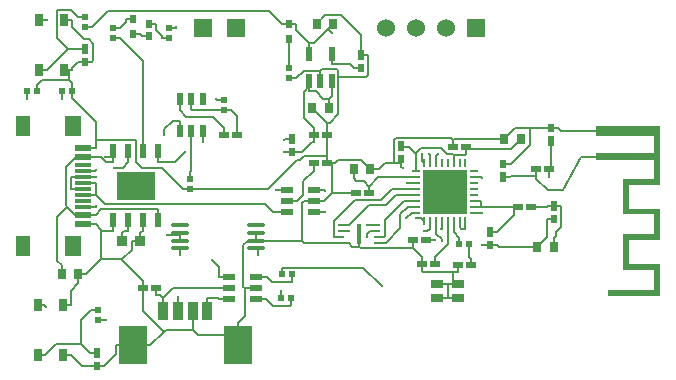
<source format=gtl>
G04 Layer: TopLayer*
G04 EasyEDA v6.5.34, 2023-10-27 16:27:23*
G04 808af14f2a724accbce3cd49f21b2442,3d03538306d245868c61186af2047e2d,10*
G04 Gerber Generator version 0.2*
G04 Scale: 100 percent, Rotated: No, Reflected: No *
G04 Dimensions in millimeters *
G04 leading zeros omitted , absolute positions ,4 integer and 5 decimal *
%FSLAX45Y45*%
%MOMM*%

%AMMACRO1*21,1,$1,$2,0,0,$3*%
%ADD10C,0.2030*%
%ADD11R,0.8000X0.9000*%
%ADD12MACRO1,0.54X0.7901X90.0000*%
%ADD13MACRO1,0.54X0.7901X0.0000*%
%ADD14R,0.5400X0.7901*%
%ADD15MACRO1,0.54X0.7901X-90.0000*%
%ADD16MACRO1,1.6X0.8X90.0000*%
%ADD17MACRO1,3.2X2.3X90.0000*%
%ADD18R,1.0720X0.5320*%
%ADD19R,0.6000X0.7500*%
%ADD20O,1.499997X0.3999992*%
%ADD21MACRO1,0.864X0.8065X-90.0000*%
%ADD22MACRO1,0.54X0.5656X90.0000*%
%ADD23MACRO1,0.54X0.5656X0.0000*%
%ADD24R,0.5400X0.5657*%
%ADD25R,0.7000X1.0000*%
%ADD26R,0.6500X0.2800*%
%ADD27R,0.2800X0.6500*%
%ADD28R,3.8000X3.8000*%
%ADD29R,0.6000X1.2000*%
%ADD30R,3.3000X2.4000*%
%ADD31R,0.5400X0.6365*%
%ADD32MACRO1,0.54X0.6365X0.0000*%
%ADD33R,0.4900X1.1570*%
%ADD34R,0.4900X1.1750*%
%ADD35R,0.6000X1.1000*%
%ADD36R,0.6000X0.2800*%
%ADD37R,0.3000X1.7000*%
%ADD38R,1.4500X0.5500*%
%ADD39R,1.4500X0.3000*%
%ADD40R,1.4500X1.8000*%
%ADD41R,1.2000X1.8000*%
%ADD42R,1.1000X0.8000*%
%ADD43R,0.5000X0.5000*%
%ADD44R,1.5748X1.5748*%
%ADD45R,1.5240X1.5240*%
%ADD46C,1.5240*%
%ADD47C,0.6096*%
%ADD48C,0.3000*%
%ADD49C,0.0121*%

%LPD*%
G36*
X5664098Y5968898D02*
G01*
X5664098Y5878880D01*
X6154115Y5878931D01*
X6154115Y5968898D01*
G37*
G36*
X6154115Y5968898D02*
G01*
X6154115Y5468924D01*
X6204102Y5468924D01*
X6204102Y5968898D01*
G37*
G36*
X6154115Y5738926D02*
G01*
X5664098Y5738876D01*
X5664098Y5678881D01*
X6154115Y5678932D01*
G37*
G36*
X5890107Y5518912D02*
G01*
X5890107Y5468924D01*
X6154115Y5468924D01*
X6154115Y5518912D01*
G37*
G36*
X5890107Y5468924D02*
G01*
X5890107Y5268925D01*
X5940094Y5268925D01*
X5940094Y5468924D01*
G37*
G36*
X5890260Y5269026D02*
G01*
X5890260Y5219039D01*
X6154267Y5219039D01*
X6154267Y5269026D01*
G37*
G36*
X6204204Y5269026D02*
G01*
X6154216Y5268976D01*
X6154216Y4999024D01*
X6204204Y4999024D01*
G37*
G36*
X5890361Y5049113D02*
G01*
X5890361Y4999126D01*
X6154369Y4999126D01*
X6154369Y5049113D01*
G37*
G36*
X5890260Y4999024D02*
G01*
X5890260Y4799025D01*
X5940247Y4799025D01*
X5940247Y4999024D01*
G37*
G36*
X5890209Y4799177D02*
G01*
X5890209Y4749190D01*
X6154216Y4749190D01*
X6154216Y4799177D01*
G37*
G36*
X6154267Y4799025D02*
G01*
X6154267Y4529023D01*
X6204254Y4529023D01*
X6204254Y4799025D01*
G37*
G36*
X5760212Y4579010D02*
G01*
X5760212Y4529023D01*
X6154216Y4529023D01*
X6154216Y4579010D01*
G37*
D10*
X5152390Y5600700D02*
G01*
X5152390Y5515610D01*
X5257800Y5422900D01*
X5384800Y5422900D01*
X5531104Y5708904D01*
X5694197Y5709005D01*
X3737510Y5397502D02*
G01*
X3737510Y5455008D01*
X3725496Y5128287D02*
G01*
X3746527Y5128287D01*
X3747848Y5129608D01*
X3808351Y5129608D02*
G01*
X3747848Y5129608D01*
X3611272Y5525188D02*
G01*
X3633650Y5502810D01*
X3633650Y5499254D01*
X3611272Y5600702D02*
G01*
X3611272Y5525188D01*
X3737510Y5455058D02*
G01*
X3693314Y5499254D01*
X3633650Y5499254D01*
X4133750Y5535195D02*
G01*
X3817647Y5535195D01*
X3737510Y5455058D01*
X3737510Y5455058D02*
G01*
X3737510Y5455008D01*
X2235202Y6192903D02*
G01*
X2235202Y6107407D01*
X2235202Y6107407D02*
G01*
X2239088Y6103520D01*
X2514602Y6103520D01*
X2572108Y6103520D02*
G01*
X2619910Y6055718D01*
X2619910Y5892802D01*
X2514602Y6103520D02*
G01*
X2572108Y6103520D01*
X4629254Y5335196D02*
G01*
X4692246Y5335196D01*
X4629254Y5285209D02*
G01*
X4692246Y5285209D01*
X4692246Y5335196D02*
G01*
X4692246Y5285209D01*
X4930091Y5283202D02*
G01*
X4694252Y5283202D01*
X4692246Y5285209D01*
X5000094Y5283202D02*
G01*
X4965092Y5283202D01*
X4965092Y5283202D02*
G01*
X4930091Y5283202D01*
X4965092Y5283202D02*
G01*
X4965092Y5216095D01*
X4820008Y5071010D01*
X4762502Y5071010D02*
G01*
X4820008Y5071010D01*
X4589884Y4965702D02*
G01*
X4589884Y4856634D01*
X4601110Y4845408D01*
X4601110Y4787902D02*
G01*
X4601110Y4845408D01*
X4296310Y4800602D02*
G01*
X4296310Y4858108D01*
X4296310Y4858108D02*
G01*
X4406496Y4968293D01*
X4406496Y5162450D01*
X5152494Y5543196D02*
G01*
X4944010Y5543196D01*
X4934308Y5533494D01*
X5152494Y5600702D02*
G01*
X5152494Y5543196D01*
X4876802Y5533494D02*
G01*
X4934308Y5533494D01*
X933909Y4028239D02*
G01*
X999416Y4028239D01*
X1435102Y4042310D02*
G01*
X1377596Y4042310D01*
X1390296Y4412084D02*
G01*
X1300126Y4321914D01*
X1300126Y4119780D01*
X999416Y4028239D02*
G01*
X1090957Y4119780D01*
X1300126Y4119780D01*
X1300126Y4119780D02*
G01*
X1377596Y4042310D01*
X1447802Y4412084D02*
G01*
X1390296Y4412084D01*
X3422398Y6490413D02*
G01*
X3582977Y6490413D01*
X3612796Y6460594D01*
X3422398Y6579669D02*
G01*
X3422398Y6490413D01*
X3670302Y6460594D02*
G01*
X3612796Y6460594D01*
X2121918Y4515639D02*
G01*
X2121918Y4399511D01*
X2552092Y4692398D02*
G01*
X2467993Y4692398D01*
X2467993Y4692398D02*
G01*
X2467993Y4776497D01*
X2408227Y4836264D01*
X2467993Y4502406D02*
G01*
X2460398Y4510001D01*
X2371905Y4510001D01*
X2552092Y4502406D02*
G01*
X2467993Y4502406D01*
X2371905Y4399511D02*
G01*
X2371905Y4510001D01*
X3277212Y5239006D02*
G01*
X3361311Y5239006D01*
X4256509Y5162450D02*
G01*
X4256509Y5099458D01*
X4256509Y5099458D02*
G01*
X4232887Y5075836D01*
X4202203Y5075836D01*
X3361311Y5239006D02*
G01*
X3368194Y5239006D01*
X1321564Y5436008D02*
G01*
X1218542Y5436008D01*
X1270053Y5536008D02*
G01*
X1218542Y5536008D01*
X1218542Y5436008D02*
G01*
X1218415Y5436135D01*
X1218415Y5535881D01*
X1218542Y5536008D01*
X1270053Y5536008D02*
G01*
X1321564Y5536008D01*
X3047392Y5428998D02*
G01*
X2963293Y5428998D01*
X2956130Y5421835D02*
G01*
X2963293Y5428998D01*
X1321564Y5536008D02*
G01*
X1431444Y5536008D01*
X1321564Y5485996D02*
G01*
X1424561Y5485996D01*
X1321564Y5385996D02*
G01*
X1414452Y5385996D01*
X1414452Y5385996D02*
G01*
X1424561Y5385996D01*
X1424688Y5386123D01*
X1424688Y5386123D02*
G01*
X1424688Y5485869D01*
X1424561Y5485996D01*
X3047392Y5239006D02*
G01*
X2927250Y5239006D01*
X2860245Y5306011D01*
X1504800Y5306011D01*
X1424688Y5386123D01*
X3078584Y4450996D02*
G01*
X3072894Y4445307D01*
X2923110Y4445307D01*
X2866011Y4502406D01*
X3078584Y4508502D02*
G01*
X3078584Y4450996D01*
X2781912Y4502406D02*
G01*
X2866011Y4502406D01*
X3091284Y4654196D02*
G01*
X3086432Y4649345D01*
X2916303Y4649345D01*
X2873250Y4692398D01*
X2781912Y4692398D01*
X3091284Y4711702D02*
G01*
X3091284Y4654196D01*
X1632308Y6799684D02*
G01*
X1679399Y6846775D01*
X1679399Y6869508D01*
X1574802Y6799684D02*
G01*
X1632308Y6799684D01*
X1739902Y6869508D02*
G01*
X1679399Y6869508D01*
X3060702Y6456784D02*
G01*
X3060702Y6706796D01*
X1701802Y5079672D02*
G01*
X1666725Y5079672D01*
X1651866Y5064813D01*
X1651866Y4991102D02*
G01*
X1651866Y5064813D01*
X1701802Y5170172D02*
G01*
X1701802Y5079672D01*
X4503320Y4965702D02*
G01*
X4503320Y5023208D01*
X4503320Y5023208D02*
G01*
X4456508Y5070020D01*
X4456508Y5162450D01*
X845720Y6195291D02*
G01*
X845720Y6261102D01*
X1423062Y5587011D02*
G01*
X1423062Y5594149D01*
X1428015Y5599102D01*
X1320040Y5587011D02*
G01*
X1423062Y5587011D01*
X3004720Y4769208D02*
G01*
X3004847Y4769335D01*
X3690774Y4769335D01*
X3847543Y4612566D01*
X3004720Y4711702D02*
G01*
X3004720Y4769208D01*
X4354680Y4993921D02*
G01*
X4354680Y5008755D01*
X4306496Y5056939D01*
X4306496Y5162450D01*
X1828802Y5751832D02*
G01*
X1828802Y6516626D01*
X1632308Y6713120D01*
X1574802Y6713120D02*
G01*
X1632308Y6713120D01*
X1879602Y6832627D02*
G01*
X1937108Y6832627D01*
X2044702Y6713120D02*
G01*
X1987196Y6713120D01*
X1937108Y6832627D02*
G01*
X1937108Y6783351D01*
X1987196Y6733263D01*
X1987196Y6713120D01*
X2044702Y6799684D02*
G01*
X2102208Y6799684D01*
X2108024Y6801665D02*
G01*
X2104189Y6801665D01*
X2102208Y6799684D01*
X1701802Y5661332D02*
G01*
X1653796Y5613326D01*
X1582295Y5613326D01*
X1701802Y5751832D02*
G01*
X1701802Y5661332D01*
X2235202Y5922901D02*
G01*
X2235202Y5588485D01*
X2222502Y5575785D01*
X2222502Y5516984D02*
G01*
X2222502Y5575785D01*
X4064993Y5485208D02*
G01*
X4133750Y5485208D01*
X3808351Y5079596D02*
G01*
X3747721Y5079596D01*
X3725496Y5057371D01*
X3725496Y5031031D01*
X4133750Y5335196D02*
G01*
X4070758Y5335196D01*
X3808351Y5029608D02*
G01*
X3868854Y5029608D01*
X4070758Y5335196D02*
G01*
X4034894Y5335196D01*
X3873400Y5173703D01*
X3873400Y5034155D01*
X3868854Y5029608D01*
X4133750Y5285209D02*
G01*
X4070758Y5285209D01*
X4070758Y5285209D02*
G01*
X4006014Y5220464D01*
X4006014Y5104030D01*
X3881579Y4979596D01*
X3808351Y4979596D01*
X946609Y6441239D02*
G01*
X1012116Y6441239D01*
X1275996Y6888584D02*
G01*
X1215570Y6949010D01*
X1101879Y6949010D01*
X1095961Y6943092D01*
X1095961Y6715737D01*
X1191287Y6620410D01*
X1012116Y6441239D02*
G01*
X1191287Y6620410D01*
X1191287Y6620410D02*
G01*
X1333502Y6620410D01*
X1333502Y6888584D02*
G01*
X1275996Y6888584D01*
X3506878Y5079596D02*
G01*
X3573477Y5079596D01*
X4055798Y5185564D02*
G01*
X4105429Y5235196D01*
X4133750Y5235196D01*
X3506878Y5129608D02*
G01*
X3567381Y5129608D01*
X3567381Y5129608D02*
G01*
X3736139Y5298366D01*
X3885821Y5298366D01*
X3972664Y5385208D01*
X4133750Y5385208D01*
X3506878Y5029608D02*
G01*
X3446350Y5029608D01*
X3446350Y5029608D02*
G01*
X3446223Y5029735D01*
X3446223Y5162019D01*
X3623337Y5339133D01*
X3838196Y5339133D01*
X3934259Y5435196D01*
X4133750Y5435196D01*
X4190621Y5728286D02*
G01*
X4190621Y5673829D01*
X4206496Y5657954D01*
X4256509Y5657954D02*
G01*
X4256509Y5720946D01*
X4246730Y5727473D02*
G01*
X4253257Y5720946D01*
X4256509Y5720946D01*
X946609Y6868365D02*
G01*
X1012243Y6868365D01*
X1017602Y6863006D01*
X4306496Y5657954D02*
G01*
X4306496Y5720946D01*
X4320034Y5727804D02*
G01*
X4313176Y5720946D01*
X4306496Y5720946D01*
X4629254Y5535195D02*
G01*
X4692246Y5535195D01*
X4700196Y5527245D02*
G01*
X4692246Y5535195D01*
X999416Y4455365D02*
G01*
X999416Y4441751D01*
X1006655Y4434512D01*
X933909Y4455365D02*
G01*
X999416Y4455365D01*
X1137820Y6195976D02*
G01*
X1137820Y6261102D01*
X1321564Y5285996D02*
G01*
X1424561Y5285996D01*
X1424561Y5285996D02*
G01*
X1431673Y5293108D01*
X2992020Y4574390D02*
G01*
X2992020Y4508502D01*
X4356508Y5162450D02*
G01*
X4356508Y5099458D01*
X4356508Y5099458D02*
G01*
X4356508Y5095471D01*
X4353689Y5092651D01*
X2783842Y4931666D02*
G01*
X2801876Y4913632D01*
X2801876Y4872560D01*
X2330198Y5831486D02*
G01*
X2330198Y5922901D01*
X2139165Y4875405D02*
G01*
X2143762Y4880002D01*
X2143762Y4931666D01*
X2140206Y5922901D02*
G01*
X2140206Y6008397D01*
X2140206Y6008397D02*
G01*
X2076477Y6008397D01*
X2007974Y5939894D01*
X2007974Y5891253D01*
X2514602Y6190084D02*
G01*
X2457096Y6190084D01*
X2447317Y6194452D02*
G01*
X2452728Y6194452D01*
X2457096Y6190084D01*
X1955802Y5661332D02*
G01*
X2098017Y5661332D01*
X2185570Y5748886D01*
X1955802Y5751832D02*
G01*
X1955802Y5661332D01*
X4135605Y5184701D02*
G01*
X4184246Y5184701D01*
X4206496Y5162450D01*
X3277212Y5428998D02*
G01*
X3361311Y5428998D01*
X3361311Y5428998D02*
G01*
X3361311Y5426128D01*
X3368017Y5419422D01*
X5261510Y5600702D02*
G01*
X5261510Y5586326D01*
X5261510Y5586326D02*
G01*
X5283202Y5608017D01*
X5283202Y5838294D01*
X5261510Y5537634D02*
G01*
X5261510Y5586326D01*
X4629254Y5235196D02*
G01*
X4694455Y5235196D01*
X4697224Y5232427D01*
X2510894Y5892802D02*
G01*
X2510894Y5950308D01*
X2143762Y4996690D02*
G01*
X2143762Y5061714D01*
X2140206Y6099050D02*
G01*
X2140206Y6192903D01*
X2140206Y6099050D02*
G01*
X2194638Y6044618D01*
X2416583Y6044618D01*
X2510894Y5950308D01*
X2031723Y5047465D02*
G01*
X2129513Y5047465D01*
X2143762Y5061714D01*
X4556508Y5162450D02*
G01*
X4556508Y5099458D01*
X4506495Y5162450D02*
G01*
X4506495Y5109593D01*
X4456508Y5657954D02*
G01*
X4456508Y5720946D01*
X3030451Y6831408D02*
G01*
X3000199Y6831408D01*
X3030451Y6831408D02*
G01*
X3060702Y6831408D01*
X3060702Y6831408D02*
G01*
X3121205Y6831408D01*
X4563010Y5772584D02*
G01*
X4563010Y5733696D01*
X4563010Y5772584D02*
G01*
X4563010Y5774311D01*
X4563010Y5791202D02*
G01*
X4563010Y5774311D01*
X4563010Y5774311D02*
G01*
X4942613Y5774311D01*
X5023004Y5854702D01*
X4456508Y5720946D02*
G01*
X4456635Y5721073D01*
X4550387Y5721073D01*
X4563010Y5733696D01*
X5289984Y5286910D02*
G01*
X5251096Y5286910D01*
X5289984Y5286910D02*
G01*
X5308602Y5286910D01*
X5308602Y5286910D02*
G01*
X5366108Y5286910D01*
X5302404Y4940302D02*
G01*
X5302404Y5015816D01*
X5109110Y5283202D02*
G01*
X5247388Y5283202D01*
X5251096Y5286910D01*
X3232406Y6579669D02*
G01*
X3232406Y6668924D01*
X3121205Y6831408D02*
G01*
X3121205Y6780126D01*
X3232406Y6668924D01*
X4220110Y5003802D02*
G01*
X4290113Y5003802D01*
X1447802Y4325520D02*
G01*
X1505308Y4325520D01*
X1505308Y4325520D02*
G01*
X1510413Y4325520D01*
X1397688Y6802020D02*
G01*
X1333502Y6802020D01*
X1397688Y6802020D02*
G01*
X1533324Y6937656D01*
X2893951Y6937656D01*
X3000199Y6831408D01*
X5302404Y5015816D02*
G01*
X5322420Y5035831D01*
X5322420Y5066388D01*
X5366108Y5286910D02*
G01*
X5366311Y5286707D01*
X5366311Y5110279D01*
X5322420Y5066388D01*
X4290113Y5003802D02*
G01*
X4295091Y4998824D01*
X3232406Y6668924D02*
G01*
X3271827Y6668924D01*
X3390648Y6787746D01*
X3390648Y6787746D02*
G01*
X3435504Y6832602D01*
X4013202Y5794910D02*
G01*
X4020009Y5794910D01*
X4020009Y5794910D02*
G01*
X4026486Y5788433D01*
X4077185Y5788433D01*
X3390648Y6787746D02*
G01*
X3426335Y6752059D01*
X4133750Y5740300D02*
G01*
X4133750Y5585208D01*
X4456508Y5720946D02*
G01*
X4443884Y5733569D01*
X4401695Y5733569D01*
X4350387Y5784877D01*
X4178327Y5784877D01*
X4133750Y5740300D01*
X4133750Y5740300D02*
G01*
X4125318Y5740300D01*
X4077185Y5788433D01*
X4506495Y5109593D02*
G01*
X4516630Y5099458D01*
X4534131Y5099458D01*
X4534131Y5099458D02*
G01*
X4556508Y5099458D01*
X4534131Y5099458D02*
G01*
X4534131Y5092677D01*
X3422398Y6348935D02*
G01*
X3422398Y6221910D01*
X3397404Y6196916D01*
X3397404Y6121402D02*
G01*
X3397404Y6196916D01*
X3232406Y6260569D02*
G01*
X3288692Y6260569D01*
X3352345Y6196916D01*
X3397404Y6196916D01*
X1996899Y4399511D02*
G01*
X1996899Y4510001D01*
X1934110Y4597402D02*
G01*
X1934110Y4539896D01*
X3272894Y5892802D02*
G01*
X3272894Y5835296D01*
X3232406Y6348935D02*
G01*
X3232406Y6304765D01*
X3232406Y6304765D02*
G01*
X3232406Y6260569D01*
X3232406Y6304765D02*
G01*
X3186762Y6259121D01*
X3186762Y6036439D01*
X3272894Y5950308D01*
X3272894Y5892802D02*
G01*
X3272894Y5950308D01*
X2552092Y4597402D02*
G01*
X2467993Y4597402D01*
X3086102Y5749394D02*
G01*
X3023618Y5749394D01*
X1934110Y4539896D02*
G01*
X1967003Y4539896D01*
X1996899Y4510001D01*
X2467993Y4597402D02*
G01*
X2461668Y4597402D01*
X3272894Y5835296D02*
G01*
X3258111Y5835296D01*
X3172208Y5749394D01*
X3086102Y5749394D01*
X2461668Y4597402D02*
G01*
X2084301Y4597402D01*
X1996899Y4510001D01*
X5909109Y5923917D02*
G01*
X5754778Y5923917D01*
X5754702Y5923993D01*
X4321507Y5470197D02*
G01*
X4381502Y5410202D01*
X1227101Y6868365D02*
G01*
X1227101Y6802859D01*
X1327533Y6702427D01*
X1366420Y6702427D01*
X1404876Y6663971D01*
X1404876Y6525262D01*
X1391008Y6511394D01*
X1161595Y6868365D02*
G01*
X1227101Y6868365D01*
X1333502Y6511394D02*
G01*
X1391008Y6511394D01*
X1227101Y6441239D02*
G01*
X1227101Y6462499D01*
X1275996Y6511394D01*
X1333502Y6511394D02*
G01*
X1275996Y6511394D01*
X1161595Y6441239D02*
G01*
X1201727Y6441239D01*
X1201727Y6441239D02*
G01*
X1227101Y6441239D01*
X5726965Y5923993D02*
G01*
X5754702Y5923993D01*
X5726965Y5923993D02*
G01*
X5699203Y5923993D01*
X5699203Y5923993D02*
G01*
X5364025Y5923993D01*
X5340708Y5947310D01*
X5283202Y5947310D02*
G01*
X5340708Y5947310D01*
X4316910Y4514496D02*
G01*
X4411398Y4514496D01*
X4411398Y4514522D01*
X4496894Y4514522D02*
G01*
X4411398Y4514522D01*
X4411398Y4629482D02*
G01*
X4411398Y4514522D01*
X4316910Y4629482D02*
G01*
X4411398Y4629482D01*
X4411398Y4629482D02*
G01*
X4411398Y4629508D01*
X4496894Y4629508D02*
G01*
X4454146Y4629508D01*
X4454146Y4629508D02*
G01*
X4411398Y4629508D01*
X1574802Y5170172D02*
G01*
X1574802Y5079672D01*
X1321539Y5138981D02*
G01*
X1424561Y5138981D01*
X1321539Y5783506D02*
G01*
X1424561Y5783506D01*
X1224384Y6261102D02*
G01*
X1224384Y6203596D01*
X3506878Y4979596D02*
G01*
X3567381Y4979596D01*
X3657602Y5054602D02*
G01*
X3657602Y4947211D01*
X4111094Y5003802D02*
G01*
X4111094Y4946296D01*
X3657602Y4947211D02*
G01*
X3599766Y4947211D01*
X3567381Y4979596D01*
X3327402Y6348935D02*
G01*
X3327402Y6437302D01*
X1828802Y5079672D02*
G01*
X1817397Y5079672D01*
X1802538Y5064813D01*
X1828802Y5170172D02*
G01*
X1828802Y5079672D01*
X1276504Y4711702D02*
G01*
X1347015Y4711702D01*
X1473659Y5079672D02*
G01*
X1574802Y5079672D01*
X1424561Y5138981D02*
G01*
X1473659Y5089883D01*
X1473659Y5079672D01*
X1214401Y4455365D02*
G01*
X1214401Y4574085D01*
X1276504Y4636188D01*
X1148895Y4455365D02*
G01*
X1214401Y4455365D01*
X1276504Y4711702D02*
G01*
X1276504Y4636188D01*
X1214401Y4028239D02*
G01*
X1309347Y3933294D01*
X1435102Y3933294D01*
X1148895Y4028239D02*
G01*
X1214401Y4028239D01*
X3327402Y6437302D02*
G01*
X3327275Y6437429D01*
X3185416Y6437429D01*
X3118208Y6370220D01*
X932284Y6261102D02*
G01*
X932284Y6318608D01*
X1201727Y6441239D02*
G01*
X1201727Y6358486D01*
X1224384Y6261102D02*
G01*
X1224384Y6335829D01*
X1201727Y6358486D01*
X1201727Y6358486D02*
G01*
X972162Y6358486D01*
X932284Y6318608D01*
X1802538Y5017848D02*
G01*
X1802538Y5064813D01*
X1802538Y5017848D02*
G01*
X1802538Y4991102D01*
X1473659Y5079672D02*
G01*
X1473659Y4838346D01*
X1473659Y4838346D02*
G01*
X1347015Y4711702D01*
X1802538Y4991102D02*
G01*
X1731698Y4991102D01*
X2781912Y4597402D02*
G01*
X2697812Y4597402D01*
X2687271Y4597402D02*
G01*
X2697812Y4597402D01*
X2783842Y4996690D02*
G01*
X2717269Y4996690D01*
X2676730Y4956152D01*
X2676730Y4607943D01*
X2687271Y4597402D01*
X2687271Y4597402D02*
G01*
X2687271Y4360395D01*
X2626895Y4300019D01*
X1596417Y4109519D02*
G01*
X1596417Y4037103D01*
X1492608Y3933294D01*
X1741909Y4109519D02*
G01*
X1596417Y4109519D01*
X1435102Y3933294D02*
G01*
X1492608Y3933294D01*
X2626895Y4109519D02*
G01*
X2626895Y4198266D01*
X2626895Y4198266D02*
G01*
X2626895Y4300019D01*
X2246911Y4399511D02*
G01*
X2246911Y4288995D01*
X1741909Y4109519D02*
G01*
X1887425Y4109519D01*
X2246911Y4242640D02*
G01*
X2246911Y4288995D01*
X2626895Y4198266D02*
G01*
X2291285Y4198266D01*
X2246911Y4242640D01*
X1825094Y4654908D02*
G01*
X1649783Y4830218D01*
X1649783Y4838346D01*
X1731698Y4991102D02*
G01*
X1731698Y4920261D01*
X1649783Y4838346D01*
X1649783Y4838346D02*
G01*
X1473659Y4838346D01*
X3506878Y4979596D02*
G01*
X3446350Y4979596D01*
X2783842Y4996690D02*
G01*
X2783842Y5061714D01*
X4453994Y5848708D02*
G01*
X4459988Y5854702D01*
X4883000Y5854702D01*
X4013202Y5685894D02*
G01*
X4013202Y5650892D01*
X5283202Y5947310D02*
G01*
X5235831Y5947310D01*
X5235831Y5947310D02*
G01*
X5100652Y5947310D01*
X5100652Y5947310D02*
G01*
X4975608Y5947310D01*
X4883000Y5854702D01*
X4187294Y4829355D02*
G01*
X4187294Y4858108D01*
X4187294Y4829355D02*
G01*
X4187294Y4800602D01*
X4187294Y4800602D02*
G01*
X4187294Y4743096D01*
X4454146Y4629508D02*
G01*
X4454146Y4730269D01*
X4187294Y4743096D02*
G01*
X4200121Y4730269D01*
X4454146Y4730269D01*
X4454146Y4730269D02*
G01*
X4454273Y4730396D01*
X4492094Y4730396D01*
X4492094Y4787902D02*
G01*
X4492094Y4730396D01*
X3277212Y5334002D02*
G01*
X3193112Y5334002D01*
X2783842Y4996690D02*
G01*
X3172259Y4996690D01*
X3446350Y4979596D02*
G01*
X3189353Y4979596D01*
X3172259Y4996690D01*
X3172259Y4996690D02*
G01*
X3172259Y5313149D01*
X3193112Y5334002D01*
X5251096Y5177894D02*
G01*
X5251096Y5028999D01*
X5162400Y4940302D01*
X5308602Y5177894D02*
G01*
X5251096Y5177894D01*
X5162400Y4940302D02*
G01*
X5091889Y4940302D01*
X3786532Y5600702D02*
G01*
X3821788Y5600702D01*
X3786532Y5600702D02*
G01*
X3751277Y5600702D01*
X3751277Y5600702D02*
G01*
X3675636Y5676343D01*
X3476754Y5676343D01*
X3451913Y5651502D01*
X4453994Y5817948D02*
G01*
X4453994Y5817923D01*
X4453994Y5791202D02*
G01*
X4453994Y5817923D01*
X4820008Y4961994D02*
G01*
X4841699Y4940302D01*
X5091889Y4940302D01*
X4762502Y4961994D02*
G01*
X4820008Y4961994D01*
X3670302Y6569610D02*
G01*
X3670302Y6738165D01*
X3500224Y6908243D01*
X3371141Y6908243D01*
X3295500Y6832602D01*
X3381910Y5651502D02*
G01*
X3416912Y5651502D01*
X3416912Y5651502D02*
G01*
X3451913Y5651502D01*
X3277212Y5334002D02*
G01*
X3361311Y5334002D01*
X1825094Y4626155D02*
G01*
X1825094Y4654908D01*
X1825094Y4626155D02*
G01*
X1825094Y4597402D01*
X1825094Y4597402D02*
G01*
X1825094Y4400781D01*
X2001903Y4223997D01*
X2246911Y4242640D02*
G01*
X2020547Y4242640D01*
X2001903Y4223997D01*
X2001903Y4223997D02*
G01*
X1887425Y4109519D01*
X5100652Y5947310D02*
G01*
X5100652Y5804029D01*
X4939134Y5642510D01*
X4876802Y5642510D01*
X3381910Y5892802D02*
G01*
X3381910Y5996891D01*
X3381910Y5996891D02*
G01*
X3257400Y6121402D01*
X3670302Y6569610D02*
G01*
X3727808Y6569610D01*
X3479370Y6382209D02*
G01*
X3711983Y6382209D01*
X3732354Y6402580D01*
X3732354Y6565064D01*
X3727808Y6569610D01*
X3381910Y5996891D02*
G01*
X3407920Y5996891D01*
X3479370Y6068341D01*
X3479370Y6382209D01*
X3479370Y6382209D02*
G01*
X3479370Y6435219D01*
X3465070Y6449519D01*
X3339619Y6449519D01*
X3327402Y6437302D01*
X4105099Y4940302D02*
G01*
X4187294Y4858108D01*
X3657602Y4947211D02*
G01*
X3669845Y4934968D01*
X4099765Y4934968D01*
X4105099Y4940302D01*
X4105099Y4940302D02*
G01*
X4111094Y4946296D01*
X4453994Y5817948D02*
G01*
X4453994Y5846701D01*
X4453994Y5846701D02*
G01*
X4453994Y5848708D01*
X4026435Y5608068D02*
G01*
X4013202Y5621301D01*
X4013202Y5650892D01*
X3381910Y5651502D02*
G01*
X3381910Y5712945D01*
X3381910Y5712945D02*
G01*
X3381910Y5892802D01*
X3381910Y5712945D02*
G01*
X3193417Y5712945D01*
X3159737Y5679264D01*
X3131670Y5679264D01*
X2882826Y5430420D01*
X2222502Y5430420D01*
X2222502Y5430420D02*
G01*
X2164996Y5430420D01*
X1424561Y5783506D02*
G01*
X1424561Y5847285D01*
X1424561Y5847285D02*
G01*
X1424561Y6003419D01*
X1224384Y6203596D01*
X2164996Y5430420D02*
G01*
X1983793Y5611624D01*
X1820776Y5611624D01*
X1768172Y5664227D01*
X1768172Y5839640D01*
X1760527Y5847285D01*
X1424561Y5847285D01*
X3424811Y5397502D02*
G01*
X3424811Y5643603D01*
X3416912Y5651502D01*
X3361311Y5334002D02*
G01*
X3424811Y5397502D01*
X3424811Y5397502D02*
G01*
X3628494Y5397502D01*
X4453994Y5848708D02*
G01*
X4437661Y5865040D01*
X3968295Y5865040D01*
X3949016Y5845761D01*
X3949016Y5650892D01*
X4013202Y5650892D02*
G01*
X3949016Y5650892D01*
X3949016Y5650892D02*
G01*
X3871978Y5650892D01*
X3821788Y5600702D01*
X3060702Y6370220D02*
G01*
X3118208Y6370220D01*
X4762502Y4961994D02*
G01*
X4704996Y4961994D01*
X4704996Y4961994D02*
G01*
X4699154Y4961994D01*
X1321539Y5215994D02*
G01*
X1424561Y5215994D01*
X1955802Y5170172D02*
G01*
X1955802Y5260672D01*
X1574802Y5661332D02*
G01*
X1514299Y5661332D01*
X1469646Y5705985D01*
X1321539Y5705985D01*
X1136500Y4711702D02*
G01*
X1136500Y4787216D01*
X1185928Y5282491D02*
G01*
X1101879Y5198442D01*
X1101879Y4821836D01*
X1136500Y4787216D01*
X1321539Y5705985D02*
G01*
X1260426Y5705985D01*
X1172136Y5617695D01*
X1172136Y5296283D01*
X1185928Y5282491D01*
X1185928Y5282491D02*
G01*
X1252425Y5215994D01*
X1321539Y5215994D01*
X1424561Y5215994D02*
G01*
X1469367Y5260799D01*
X1955675Y5260799D01*
X1955802Y5260672D01*
X1739902Y6744896D02*
G01*
X1800405Y6744896D01*
X3047392Y5334002D02*
G01*
X3131492Y5334002D01*
X1574802Y5751832D02*
G01*
X1574802Y5706595D01*
X1574802Y5706595D02*
G01*
X1574802Y5661332D01*
X1879602Y6730977D02*
G01*
X1822096Y6730977D01*
X1822096Y6730977D02*
G01*
X1816889Y6730977D01*
X1816889Y6730977D02*
G01*
X1814324Y6730977D01*
X1800405Y6744896D01*
X1574802Y5706595D02*
G01*
X1508787Y5706595D01*
X3086102Y5858410D02*
G01*
X3028596Y5858410D01*
X3020951Y5850765D02*
G01*
X3028596Y5858410D01*
X3272894Y5586580D02*
G01*
X3272894Y5651502D01*
X3131492Y5334002D02*
G01*
X3184756Y5387266D01*
X3184756Y5498442D01*
X3272894Y5586580D01*
D11*
G01*
X1136497Y4711700D03*
G01*
X1276502Y4711700D03*
G01*
X3397402Y6121400D03*
G01*
X3257397Y6121400D03*
G01*
X3435502Y6832600D03*
G01*
X3295497Y6832600D03*
G01*
X5302402Y4940305D03*
G01*
X5162397Y4940305D03*
G01*
X5023002Y5854700D03*
G01*
X4882997Y5854700D03*
G01*
X3751275Y5600700D03*
G01*
X3611270Y5600700D03*
D12*
G01*
X2619905Y5892800D03*
G01*
X2510894Y5892800D03*
D13*
G01*
X4762500Y5071005D03*
D14*
G01*
X4762500Y4961991D03*
D13*
G01*
X5308600Y5286905D03*
D14*
G01*
X5308600Y5177896D03*
D12*
G01*
X4601105Y4787900D03*
G01*
X4492094Y4787900D03*
G01*
X4296305Y4800600D03*
G01*
X4187294Y4800600D03*
D13*
G01*
X5283200Y5838294D03*
D14*
G01*
X5283200Y5947308D03*
D13*
G01*
X4876800Y5533494D03*
D14*
G01*
X4876800Y5642508D03*
D13*
G01*
X4013200Y5794905D03*
D14*
G01*
X4013200Y5685891D03*
D15*
G01*
X4111094Y5003800D03*
G01*
X4220105Y5003800D03*
D12*
G01*
X4563005Y5791200D03*
G01*
X4453994Y5791200D03*
D13*
G01*
X1435100Y4042305D03*
D14*
G01*
X1435100Y3933291D03*
D12*
G01*
X3737505Y5397500D03*
G01*
X3628494Y5397500D03*
G01*
X3381905Y5651500D03*
G01*
X3272894Y5651500D03*
G01*
X3381905Y5892800D03*
G01*
X3272894Y5892800D03*
D13*
G01*
X3670300Y6569605D03*
D14*
G01*
X3670300Y6460591D03*
D12*
G01*
X1934105Y4597400D03*
G01*
X1825094Y4597400D03*
D16*
G01*
X1996904Y4399500D03*
G01*
X2121903Y4399500D03*
G01*
X2246904Y4399500D03*
G01*
X2371905Y4399500D03*
D17*
G01*
X2626895Y4109509D03*
G01*
X1741909Y4109509D03*
D18*
G01*
X3277209Y5239004D03*
G01*
X3277209Y5334000D03*
G01*
X3277209Y5428995D03*
G01*
X3047390Y5428995D03*
G01*
X3047390Y5334000D03*
G01*
X3047390Y5239004D03*
G01*
X2781909Y4502404D03*
G01*
X2781909Y4597400D03*
G01*
X2781909Y4692395D03*
G01*
X2552090Y4692395D03*
G01*
X2552090Y4597400D03*
G01*
X2552090Y4502404D03*
D13*
G01*
X3086100Y5858405D03*
D14*
G01*
X3086100Y5749391D03*
D12*
G01*
X5109105Y5283200D03*
G01*
X5000094Y5283200D03*
D15*
G01*
X5152494Y5600700D03*
G01*
X5261505Y5600700D03*
D19*
G01*
X1739900Y6744893D03*
G01*
X1739900Y6869506D03*
G01*
X3060700Y6831406D03*
G01*
X3060700Y6706793D03*
D20*
G01*
X2143759Y5126736D03*
G01*
X2143759Y5061712D03*
G01*
X2143759Y4996687D03*
G01*
X2143759Y4931663D03*
G01*
X2783840Y5126736D03*
G01*
X2783840Y5061712D03*
G01*
X2783840Y4996687D03*
G01*
X2783840Y4931663D03*
D21*
G01*
X1651875Y4991100D03*
G01*
X1802524Y4991100D03*
D22*
G01*
X3078582Y4508500D03*
G01*
X2992017Y4508500D03*
D23*
G01*
X2514600Y6190082D03*
D24*
G01*
X2514600Y6103518D03*
D22*
G01*
X4589882Y4965700D03*
G01*
X4503317Y4965700D03*
D23*
G01*
X1447800Y4412082D03*
D24*
G01*
X1447800Y4325518D03*
D22*
G01*
X932282Y6261100D03*
G01*
X845717Y6261100D03*
G01*
X1224382Y6261100D03*
G01*
X1137817Y6261100D03*
G01*
X3091282Y4711700D03*
G01*
X3004717Y4711700D03*
D23*
G01*
X1574800Y6799682D03*
D24*
G01*
X1574800Y6713118D03*
D23*
G01*
X2044700Y6713117D03*
D24*
G01*
X2044700Y6799681D03*
D23*
G01*
X2222500Y5430417D03*
D24*
G01*
X2222500Y5516981D03*
D23*
G01*
X3060700Y6456782D03*
D24*
G01*
X3060700Y6370218D03*
D25*
G01*
X1148892Y4028236D03*
G01*
X1148892Y4455363D03*
G01*
X933907Y4455363D03*
G01*
X933907Y4028236D03*
D26*
G01*
X4629251Y5235194D03*
G01*
X4629251Y5285206D03*
G01*
X4629251Y5335193D03*
G01*
X4629251Y5385206D03*
G01*
X4629251Y5435193D03*
G01*
X4629251Y5485206D03*
G01*
X4629251Y5535193D03*
G01*
X4629251Y5585205D03*
D27*
G01*
X4556506Y5657951D03*
G01*
X4506493Y5657951D03*
G01*
X4456506Y5657951D03*
G01*
X4406493Y5657951D03*
G01*
X4356506Y5657951D03*
G01*
X4306493Y5657951D03*
G01*
X4256506Y5657951D03*
G01*
X4206493Y5657951D03*
D26*
G01*
X4133748Y5585205D03*
G01*
X4133748Y5535193D03*
G01*
X4133748Y5485206D03*
G01*
X4133748Y5435193D03*
G01*
X4133748Y5385206D03*
G01*
X4133748Y5335193D03*
G01*
X4133748Y5285206D03*
G01*
X4133748Y5235194D03*
D27*
G01*
X4206493Y5162448D03*
G01*
X4256506Y5162448D03*
G01*
X4306493Y5162448D03*
G01*
X4356506Y5162448D03*
G01*
X4406493Y5162448D03*
G01*
X4456506Y5162448D03*
G01*
X4506493Y5162448D03*
G01*
X4556506Y5162448D03*
D28*
G01*
X4381500Y5410200D03*
D29*
G01*
X1574800Y5170170D03*
G01*
X1701800Y5170170D03*
G01*
X1828800Y5170170D03*
G01*
X1955800Y5170170D03*
G01*
X1955800Y5751829D03*
G01*
X1828800Y5751829D03*
G01*
X1701800Y5751829D03*
G01*
X1574800Y5751829D03*
D30*
G01*
X1765300Y5461000D03*
D31*
G01*
X1879600Y6832625D03*
D32*
G01*
X1879600Y6730975D03*
D33*
G01*
X3232404Y6348933D03*
G01*
X3327400Y6348933D03*
G01*
X3422395Y6348933D03*
D34*
G01*
X3422395Y6579666D03*
G01*
X3232404Y6579666D03*
D35*
G01*
X2330195Y5922898D03*
G01*
X2235200Y5922898D03*
G01*
X2140204Y5922898D03*
G01*
X2140204Y6192901D03*
G01*
X2235200Y6192901D03*
G01*
X2330195Y6192901D03*
D36*
G01*
X3506876Y5129606D03*
G01*
X3506876Y5079593D03*
G01*
X3506876Y5029606D03*
G01*
X3506876Y4979593D03*
G01*
X3808349Y5129606D03*
G01*
X3808349Y5079593D03*
G01*
X3808349Y5029606D03*
G01*
X3808349Y4979593D03*
D37*
G01*
X3657600Y5054600D03*
D38*
G01*
X1321536Y5783503D03*
G01*
X1321536Y5705982D03*
D39*
G01*
X1321562Y5636005D03*
G01*
X1320037Y5587009D03*
G01*
X1321562Y5536006D03*
G01*
X1321562Y5485993D03*
G01*
X1321562Y5436006D03*
G01*
X1321562Y5385993D03*
G01*
X1321562Y5336006D03*
G01*
X1321562Y5285994D03*
D38*
G01*
X1321536Y5215991D03*
G01*
X1321536Y5138978D03*
D40*
G01*
X1230045Y5968009D03*
G01*
X1230045Y4954015D03*
D41*
G01*
X812037Y5968009D03*
G01*
X812037Y4954015D03*
D42*
G01*
X4496892Y4514519D03*
G01*
X4496892Y4629505D03*
G01*
X4316907Y4629480D03*
G01*
X4316907Y4514494D03*
D43*
G01*
X5694197Y5709005D03*
D13*
G01*
X1333500Y6620405D03*
D14*
G01*
X1333500Y6511391D03*
D23*
G01*
X1333500Y6888582D03*
D24*
G01*
X1333500Y6802018D03*
D25*
G01*
X1161592Y6441236D03*
G01*
X1161592Y6868363D03*
G01*
X946607Y6868363D03*
G01*
X946607Y6441236D03*
D44*
G01*
X2616200Y6794500D03*
G01*
X2336800Y6794500D03*
D43*
G01*
X5699201Y5923991D03*
D45*
G01*
X4648200Y6794500D03*
D46*
G01*
X4394200Y6794500D03*
G01*
X4140200Y6794500D03*
G01*
X3886200Y6794500D03*
D47*
G01*
X4321505Y5350205D03*
G01*
X4441494Y5350205D03*
G01*
X4441494Y5470194D03*
G01*
X4321505Y5470194D03*
D48*
G01*
X3272894Y5586580D03*
G01*
X3020951Y5850765D03*
G01*
X1816889Y6730977D03*
G01*
X1508787Y5706595D03*
G01*
X4699154Y4961994D03*
G01*
X4026435Y5608068D03*
G01*
X2461668Y4597402D03*
G01*
X3023618Y5749394D03*
G01*
X4534131Y5092677D03*
G01*
X4077185Y5788433D03*
G01*
X3426335Y6752059D03*
G01*
X5322420Y5066388D03*
G01*
X1397688Y6802020D03*
G01*
X1510413Y4325520D03*
G01*
X4295091Y4998824D03*
G01*
X2031723Y5047465D03*
G01*
X2140206Y6099050D03*
G01*
X5261510Y5537634D03*
G01*
X4697224Y5232427D03*
G01*
X4135605Y5184701D03*
G01*
X3368017Y5419422D03*
G01*
X2447317Y6194452D03*
G01*
X2185570Y5748886D03*
G01*
X2139165Y4875405D03*
G01*
X2007974Y5891253D03*
G01*
X2330198Y5831486D03*
G01*
X2801876Y4872560D03*
G01*
X2992020Y4574390D03*
G01*
X4353689Y5092651D03*
G01*
X1137820Y6195976D03*
G01*
X1431673Y5293108D03*
G01*
X4700196Y5527245D03*
G01*
X1006655Y4434512D03*
G01*
X4320034Y5727804D03*
G01*
X4246730Y5727473D03*
G01*
X1017602Y6863006D03*
G01*
X4190621Y5728286D03*
G01*
X4055798Y5185564D03*
G01*
X3573477Y5079596D03*
G01*
X4064993Y5485208D03*
G01*
X3725496Y5031031D03*
G01*
X2108024Y6801665D03*
G01*
X1582295Y5613326D03*
G01*
X4354680Y4993921D03*
G01*
X3847543Y4612566D03*
G01*
X845720Y6195291D03*
G01*
X1428015Y5599102D03*
G01*
X2956130Y5421835D03*
G01*
X1431444Y5536008D03*
G01*
X3368194Y5239006D03*
G01*
X4202203Y5075836D03*
G01*
X2121918Y4515639D03*
G01*
X2408227Y4836264D03*
G01*
X3725496Y5128287D03*
G01*
X3633650Y5499254D03*
M02*

</source>
